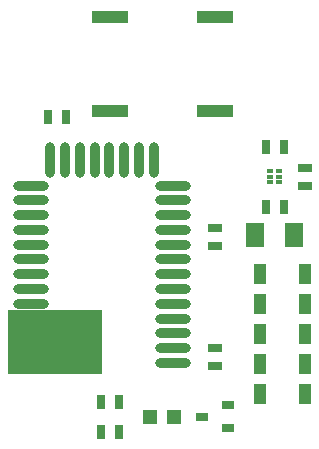
<source format=gts>
G04 (created by PCBNEW (2013-07-07 BZR 4022)-stable) date 6/10/2015 11:43:32 PM*
%MOIN*%
G04 Gerber Fmt 3.4, Leading zero omitted, Abs format*
%FSLAX34Y34*%
G01*
G70*
G90*
G04 APERTURE LIST*
%ADD10C,0.00590551*%
%ADD11R,0.0394X0.0315*%
%ADD12R,0.0244724X0.015811*%
%ADD13R,0.045X0.025*%
%ADD14R,0.025X0.045*%
%ADD15R,0.04X0.07*%
%ADD16R,0.0472X0.0472*%
%ADD17R,0.122047X0.0393701*%
%ADD18O,0.1181X0.0335*%
%ADD19O,0.0335X0.1181*%
%ADD20R,0.315X0.2165*%
%ADD21R,0.06X0.08*%
G04 APERTURE END LIST*
G54D10*
G54D11*
X58817Y-39500D03*
X59683Y-39125D03*
X59683Y-39875D03*
G54D12*
X61098Y-31303D03*
X61098Y-31500D03*
X61098Y-31696D03*
X61401Y-31696D03*
X61401Y-31500D03*
X61401Y-31303D03*
G54D13*
X59250Y-33800D03*
X59250Y-33200D03*
G54D14*
X54300Y-29500D03*
X53700Y-29500D03*
G54D13*
X59250Y-37200D03*
X59250Y-37800D03*
X62250Y-31200D03*
X62250Y-31800D03*
G54D14*
X60950Y-32500D03*
X61550Y-32500D03*
X61550Y-30500D03*
X60950Y-30500D03*
G54D15*
X60750Y-34750D03*
X62250Y-34750D03*
X60750Y-35750D03*
X62250Y-35750D03*
X60750Y-36750D03*
X62250Y-36750D03*
X60750Y-37750D03*
X62250Y-37750D03*
X60750Y-38750D03*
X62250Y-38750D03*
G54D16*
X57087Y-39500D03*
X57913Y-39500D03*
G54D17*
X59251Y-29324D03*
X59251Y-26175D03*
X55748Y-29324D03*
X55748Y-26175D03*
G54D18*
X57872Y-37709D03*
X57872Y-37217D03*
X57872Y-36724D03*
X57872Y-36232D03*
X57872Y-35740D03*
X57872Y-35248D03*
X57872Y-34756D03*
X57872Y-34264D03*
X57872Y-33772D03*
X57872Y-33280D03*
X57872Y-32787D03*
X57872Y-32295D03*
X57872Y-31803D03*
G54D19*
X57222Y-30937D03*
X56730Y-30937D03*
X56238Y-30937D03*
X55746Y-30937D03*
X55254Y-30937D03*
X54762Y-30937D03*
X54270Y-30937D03*
X53778Y-30937D03*
G54D18*
X53128Y-31803D03*
X53128Y-32295D03*
X53128Y-32787D03*
X53128Y-33280D03*
X53128Y-33772D03*
X53128Y-34264D03*
X53128Y-34756D03*
X53128Y-35248D03*
X53128Y-35740D03*
G54D20*
X53925Y-37000D03*
G54D14*
X55450Y-39000D03*
X56050Y-39000D03*
X55450Y-40000D03*
X56050Y-40000D03*
G54D21*
X60600Y-33450D03*
X61900Y-33450D03*
M02*

</source>
